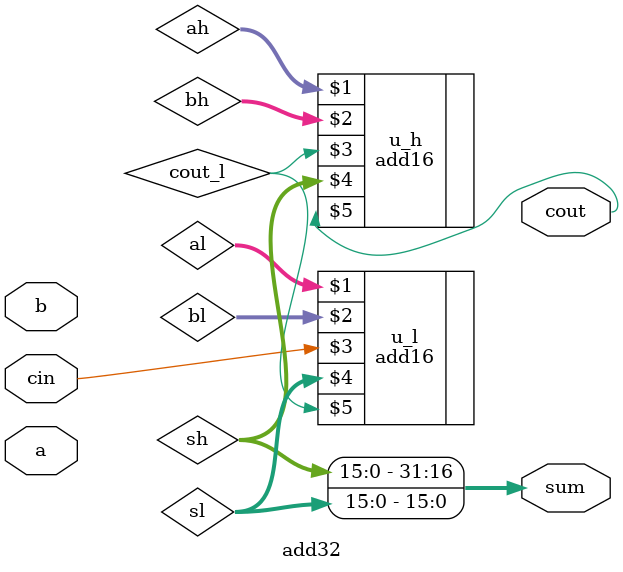
<source format=v>
`include "add16.v"
`define byname 0

module add32 (
    a, b, cin, sum, cout
);
    

input [31:0] a, b;
input cin;
output [31:0] sum;
output cout;

wire [15:0] ah, al, bh, bl, sh, sl;
wire cout_l;

assign sum = {sh, sl};

`ifdef byport
add16 u_l(
    .a(al),
    .b(bl),
    .cin(cin),
    .sum(sl),
    .cout(cout_l)
);

add16 u_h(
    .a(ah),
    .b(bh),
    .cin(cout_l),
    .sum(sh),
    .cout(cout)
);
`endif


`ifdef byname
add16 u_l(
    al,
    bl,
    cin,
    sl,
    cout_l
);

add16 u_h(
    ah,
    bh,
    cout_l,
    sh,
    cout
);
`endif


endmodule
</source>
